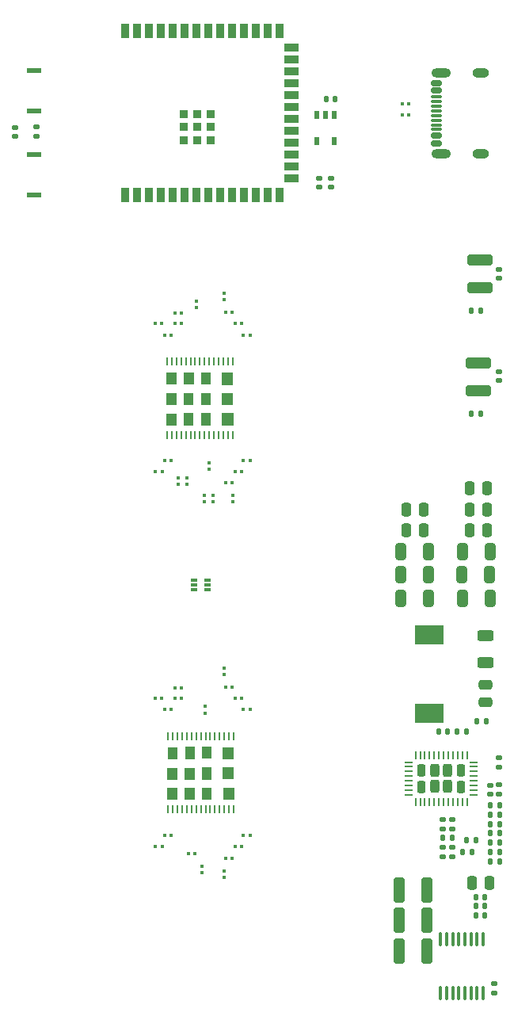
<source format=gbr>
%TF.GenerationSoftware,KiCad,Pcbnew,8.0.4*%
%TF.CreationDate,2024-10-26T18:49:35+02:00*%
%TF.ProjectId,BitForgeNano,42697446-6f72-4676-954e-616e6f2e6b69,rev?*%
%TF.SameCoordinates,Original*%
%TF.FileFunction,Paste,Top*%
%TF.FilePolarity,Positive*%
%FSLAX46Y46*%
G04 Gerber Fmt 4.6, Leading zero omitted, Abs format (unit mm)*
G04 Created by KiCad (PCBNEW 8.0.4) date 2024-10-26 18:49:35*
%MOMM*%
%LPD*%
G01*
G04 APERTURE LIST*
G04 Aperture macros list*
%AMRoundRect*
0 Rectangle with rounded corners*
0 $1 Rounding radius*
0 $2 $3 $4 $5 $6 $7 $8 $9 X,Y pos of 4 corners*
0 Add a 4 corners polygon primitive as box body*
4,1,4,$2,$3,$4,$5,$6,$7,$8,$9,$2,$3,0*
0 Add four circle primitives for the rounded corners*
1,1,$1+$1,$2,$3*
1,1,$1+$1,$4,$5*
1,1,$1+$1,$6,$7*
1,1,$1+$1,$8,$9*
0 Add four rect primitives between the rounded corners*
20,1,$1+$1,$2,$3,$4,$5,0*
20,1,$1+$1,$4,$5,$6,$7,0*
20,1,$1+$1,$6,$7,$8,$9,0*
20,1,$1+$1,$8,$9,$2,$3,0*%
G04 Aperture macros list end*
%ADD10C,0.001000*%
%ADD11RoundRect,0.140000X0.170000X-0.140000X0.170000X0.140000X-0.170000X0.140000X-0.170000X-0.140000X0*%
%ADD12RoundRect,0.100000X0.100000X-0.637500X0.100000X0.637500X-0.100000X0.637500X-0.100000X-0.637500X0*%
%ADD13RoundRect,0.140000X-0.140000X-0.170000X0.140000X-0.170000X0.140000X0.170000X-0.140000X0.170000X0*%
%ADD14RoundRect,0.079500X0.100500X-0.079500X0.100500X0.079500X-0.100500X0.079500X-0.100500X-0.079500X0*%
%ADD15RoundRect,0.079500X0.079500X0.100500X-0.079500X0.100500X-0.079500X-0.100500X0.079500X-0.100500X0*%
%ADD16RoundRect,0.079500X-0.079500X-0.100500X0.079500X-0.100500X0.079500X0.100500X-0.079500X0.100500X0*%
%ADD17RoundRect,0.135000X0.135000X0.185000X-0.135000X0.185000X-0.135000X-0.185000X0.135000X-0.185000X0*%
%ADD18RoundRect,0.150000X0.425000X-0.150000X0.425000X0.150000X-0.425000X0.150000X-0.425000X-0.150000X0*%
%ADD19RoundRect,0.075000X0.500000X-0.075000X0.500000X0.075000X-0.500000X0.075000X-0.500000X-0.075000X0*%
%ADD20O,2.100000X1.000000*%
%ADD21O,1.800000X1.000000*%
%ADD22RoundRect,0.135000X0.185000X-0.135000X0.185000X0.135000X-0.185000X0.135000X-0.185000X-0.135000X0*%
%ADD23RoundRect,0.250000X0.250000X0.475000X-0.250000X0.475000X-0.250000X-0.475000X0.250000X-0.475000X0*%
%ADD24RoundRect,0.250000X-0.325000X-0.650000X0.325000X-0.650000X0.325000X0.650000X-0.325000X0.650000X0*%
%ADD25RoundRect,0.135000X-0.185000X0.135000X-0.185000X-0.135000X0.185000X-0.135000X0.185000X0.135000X0*%
%ADD26RoundRect,0.135000X-0.135000X-0.185000X0.135000X-0.185000X0.135000X0.185000X-0.135000X0.185000X0*%
%ADD27R,1.524000X0.508000*%
%ADD28RoundRect,0.085000X-0.265000X-0.085000X0.265000X-0.085000X0.265000X0.085000X-0.265000X0.085000X0*%
%ADD29RoundRect,0.220588X-0.229412X0.429412X-0.229412X-0.429412X0.229412X-0.429412X0.229412X0.429412X0*%
%ADD30RoundRect,0.232843X-0.242157X0.467157X-0.242157X-0.467157X0.242157X-0.467157X0.242157X0.467157X0*%
%ADD31RoundRect,0.062500X-0.062500X0.337500X-0.062500X-0.337500X0.062500X-0.337500X0.062500X0.337500X0*%
%ADD32RoundRect,0.062500X-0.337500X0.062500X-0.337500X-0.062500X0.337500X-0.062500X0.337500X0.062500X0*%
%ADD33RoundRect,0.140000X-0.170000X0.140000X-0.170000X-0.140000X0.170000X-0.140000X0.170000X0.140000X0*%
%ADD34R,0.558800X0.952500*%
%ADD35RoundRect,0.250000X-0.250000X-0.475000X0.250000X-0.475000X0.250000X0.475000X-0.250000X0.475000X0*%
%ADD36RoundRect,0.250000X-0.475000X0.250000X-0.475000X-0.250000X0.475000X-0.250000X0.475000X0.250000X0*%
%ADD37RoundRect,0.250000X0.325000X1.100000X-0.325000X1.100000X-0.325000X-1.100000X0.325000X-1.100000X0*%
%ADD38R,0.900000X1.500000*%
%ADD39R,1.500000X0.900000*%
%ADD40R,0.900000X0.900000*%
%ADD41R,3.050000X2.000000*%
%ADD42RoundRect,0.250000X0.325000X0.650000X-0.325000X0.650000X-0.325000X-0.650000X0.325000X-0.650000X0*%
%ADD43RoundRect,0.250000X-1.100000X0.325000X-1.100000X-0.325000X1.100000X-0.325000X1.100000X0.325000X0*%
%ADD44RoundRect,0.055250X-0.055250X0.340750X-0.055250X-0.340750X0.055250X-0.340750X0.055250X0.340750X0*%
%ADD45RoundRect,0.250000X-0.625000X0.312500X-0.625000X-0.312500X0.625000X-0.312500X0.625000X0.312500X0*%
%ADD46RoundRect,0.140000X0.140000X0.170000X-0.140000X0.170000X-0.140000X-0.170000X0.140000X-0.170000X0*%
G04 APERTURE END LIST*
%TO.C,U3*%
D10*
X63535000Y-127650000D02*
X64485000Y-127650000D01*
X64485000Y-126450000D01*
X63535000Y-126450000D01*
X63535000Y-127650000D01*
G36*
X63535000Y-127650000D02*
G01*
X64485000Y-127650000D01*
X64485000Y-126450000D01*
X63535000Y-126450000D01*
X63535000Y-127650000D01*
G37*
X63535000Y-129800000D02*
X64485000Y-129800000D01*
X64485000Y-128600000D01*
X63535000Y-128600000D01*
X63535000Y-129800000D01*
G36*
X63535000Y-129800000D02*
G01*
X64485000Y-129800000D01*
X64485000Y-128600000D01*
X63535000Y-128600000D01*
X63535000Y-129800000D01*
G37*
X63545000Y-125440000D02*
X64495000Y-125440000D01*
X64495000Y-124240000D01*
X63545000Y-124240000D01*
X63545000Y-125440000D01*
G36*
X63545000Y-125440000D02*
G01*
X64495000Y-125440000D01*
X64495000Y-124240000D01*
X63545000Y-124240000D01*
X63545000Y-125440000D01*
G37*
X65395000Y-127640000D02*
X66345000Y-127640000D01*
X66345000Y-126440000D01*
X65395000Y-126440000D01*
X65395000Y-127640000D01*
G36*
X65395000Y-127640000D02*
G01*
X66345000Y-127640000D01*
X66345000Y-126440000D01*
X65395000Y-126440000D01*
X65395000Y-127640000D01*
G37*
X65395000Y-129790000D02*
X66345000Y-129790000D01*
X66345000Y-128590000D01*
X65395000Y-128590000D01*
X65395000Y-129790000D01*
G36*
X65395000Y-129790000D02*
G01*
X66345000Y-129790000D01*
X66345000Y-128590000D01*
X65395000Y-128590000D01*
X65395000Y-129790000D01*
G37*
X65405000Y-125430000D02*
X66355000Y-125430000D01*
X66355000Y-124230000D01*
X65405000Y-124230000D01*
X65405000Y-125430000D01*
G36*
X65405000Y-125430000D02*
G01*
X66355000Y-125430000D01*
X66355000Y-124230000D01*
X65405000Y-124230000D01*
X65405000Y-125430000D01*
G37*
X67225000Y-127630000D02*
X68175000Y-127630000D01*
X68175000Y-126430000D01*
X67225000Y-126430000D01*
X67225000Y-127630000D01*
G36*
X67225000Y-127630000D02*
G01*
X68175000Y-127630000D01*
X68175000Y-126430000D01*
X67225000Y-126430000D01*
X67225000Y-127630000D01*
G37*
X67225000Y-129780000D02*
X68175000Y-129780000D01*
X68175000Y-128580000D01*
X67225000Y-128580000D01*
X67225000Y-129780000D01*
G36*
X67225000Y-129780000D02*
G01*
X68175000Y-129780000D01*
X68175000Y-128580000D01*
X67225000Y-128580000D01*
X67225000Y-129780000D01*
G37*
X67235000Y-125420000D02*
X68185000Y-125420000D01*
X68185000Y-124220000D01*
X67235000Y-124220000D01*
X67235000Y-125420000D01*
G36*
X67235000Y-125420000D02*
G01*
X68185000Y-125420000D01*
X68185000Y-124220000D01*
X67235000Y-124220000D01*
X67235000Y-125420000D01*
G37*
X69440000Y-125460000D02*
X70560000Y-125460000D01*
X70560000Y-124260000D01*
X69440000Y-124260000D01*
X69440000Y-125460000D01*
G36*
X69440000Y-125460000D02*
G01*
X70560000Y-125460000D01*
X70560000Y-124260000D01*
X69440000Y-124260000D01*
X69440000Y-125460000D01*
G37*
X69450000Y-127600000D02*
X70560000Y-127600000D01*
X70560000Y-126400000D01*
X69450000Y-126400000D01*
X69450000Y-127600000D01*
G36*
X69450000Y-127600000D02*
G01*
X70560000Y-127600000D01*
X70560000Y-126400000D01*
X69450000Y-126400000D01*
X69450000Y-127600000D01*
G37*
X69470000Y-129780000D02*
X70580000Y-129780000D01*
X70580000Y-128580000D01*
X69470000Y-128580000D01*
X69470000Y-129780000D01*
G36*
X69470000Y-129780000D02*
G01*
X70580000Y-129780000D01*
X70580000Y-128580000D01*
X69470000Y-128580000D01*
X69470000Y-129780000D01*
G37*
%TO.C,U9*%
X63435000Y-87650000D02*
X64385000Y-87650000D01*
X64385000Y-86450000D01*
X63435000Y-86450000D01*
X63435000Y-87650000D01*
G36*
X63435000Y-87650000D02*
G01*
X64385000Y-87650000D01*
X64385000Y-86450000D01*
X63435000Y-86450000D01*
X63435000Y-87650000D01*
G37*
X63435000Y-89800000D02*
X64385000Y-89800000D01*
X64385000Y-88600000D01*
X63435000Y-88600000D01*
X63435000Y-89800000D01*
G36*
X63435000Y-89800000D02*
G01*
X64385000Y-89800000D01*
X64385000Y-88600000D01*
X63435000Y-88600000D01*
X63435000Y-89800000D01*
G37*
X63445000Y-85440000D02*
X64395000Y-85440000D01*
X64395000Y-84240000D01*
X63445000Y-84240000D01*
X63445000Y-85440000D01*
G36*
X63445000Y-85440000D02*
G01*
X64395000Y-85440000D01*
X64395000Y-84240000D01*
X63445000Y-84240000D01*
X63445000Y-85440000D01*
G37*
X65295000Y-87640000D02*
X66245000Y-87640000D01*
X66245000Y-86440000D01*
X65295000Y-86440000D01*
X65295000Y-87640000D01*
G36*
X65295000Y-87640000D02*
G01*
X66245000Y-87640000D01*
X66245000Y-86440000D01*
X65295000Y-86440000D01*
X65295000Y-87640000D01*
G37*
X65295000Y-89790000D02*
X66245000Y-89790000D01*
X66245000Y-88590000D01*
X65295000Y-88590000D01*
X65295000Y-89790000D01*
G36*
X65295000Y-89790000D02*
G01*
X66245000Y-89790000D01*
X66245000Y-88590000D01*
X65295000Y-88590000D01*
X65295000Y-89790000D01*
G37*
X65305000Y-85430000D02*
X66255000Y-85430000D01*
X66255000Y-84230000D01*
X65305000Y-84230000D01*
X65305000Y-85430000D01*
G36*
X65305000Y-85430000D02*
G01*
X66255000Y-85430000D01*
X66255000Y-84230000D01*
X65305000Y-84230000D01*
X65305000Y-85430000D01*
G37*
X67125000Y-87630000D02*
X68075000Y-87630000D01*
X68075000Y-86430000D01*
X67125000Y-86430000D01*
X67125000Y-87630000D01*
G36*
X67125000Y-87630000D02*
G01*
X68075000Y-87630000D01*
X68075000Y-86430000D01*
X67125000Y-86430000D01*
X67125000Y-87630000D01*
G37*
X67125000Y-89780000D02*
X68075000Y-89780000D01*
X68075000Y-88580000D01*
X67125000Y-88580000D01*
X67125000Y-89780000D01*
G36*
X67125000Y-89780000D02*
G01*
X68075000Y-89780000D01*
X68075000Y-88580000D01*
X67125000Y-88580000D01*
X67125000Y-89780000D01*
G37*
X67135000Y-85420000D02*
X68085000Y-85420000D01*
X68085000Y-84220000D01*
X67135000Y-84220000D01*
X67135000Y-85420000D01*
G36*
X67135000Y-85420000D02*
G01*
X68085000Y-85420000D01*
X68085000Y-84220000D01*
X67135000Y-84220000D01*
X67135000Y-85420000D01*
G37*
X69340000Y-85460000D02*
X70460000Y-85460000D01*
X70460000Y-84260000D01*
X69340000Y-84260000D01*
X69340000Y-85460000D01*
G36*
X69340000Y-85460000D02*
G01*
X70460000Y-85460000D01*
X70460000Y-84260000D01*
X69340000Y-84260000D01*
X69340000Y-85460000D01*
G37*
X69350000Y-87600000D02*
X70460000Y-87600000D01*
X70460000Y-86400000D01*
X69350000Y-86400000D01*
X69350000Y-87600000D01*
G36*
X69350000Y-87600000D02*
G01*
X70460000Y-87600000D01*
X70460000Y-86400000D01*
X69350000Y-86400000D01*
X69350000Y-87600000D01*
G37*
X69370000Y-89780000D02*
X70480000Y-89780000D01*
X70480000Y-88580000D01*
X69370000Y-88580000D01*
X69370000Y-89780000D01*
G36*
X69370000Y-89780000D02*
G01*
X70480000Y-89780000D01*
X70480000Y-88580000D01*
X69370000Y-88580000D01*
X69370000Y-89780000D01*
G37*
%TD*%
D11*
%TO.C,C48*%
X81000000Y-63500000D03*
X81000000Y-64460000D03*
%TD*%
D12*
%TO.C,U4*%
X92725000Y-150482500D03*
X93375000Y-150482500D03*
X94025000Y-150482500D03*
X94675000Y-150482500D03*
X95325000Y-150482500D03*
X95975000Y-150482500D03*
X96625000Y-150482500D03*
X97275000Y-150482500D03*
X97275000Y-144757500D03*
X96625000Y-144757500D03*
X95975000Y-144757500D03*
X95325000Y-144757500D03*
X94675000Y-144757500D03*
X94025000Y-144757500D03*
X93375000Y-144757500D03*
X92725000Y-144757500D03*
%TD*%
D13*
%TO.C,C6*%
X96520000Y-141250000D03*
X97480000Y-141250000D03*
%TD*%
%TO.C,C7*%
X96520000Y-140250000D03*
X97480000Y-140250000D03*
%TD*%
D14*
%TO.C,R23*%
X66600000Y-76567500D03*
X66600000Y-77257500D03*
%TD*%
D15*
%TO.C,R38*%
X88655000Y-55500000D03*
X89345000Y-55500000D03*
%TD*%
D16*
%TO.C,C36*%
X72345000Y-133700000D03*
X71655000Y-133700000D03*
%TD*%
D17*
%TO.C,R3*%
X99050000Y-131450000D03*
X98030000Y-131450000D03*
%TD*%
D18*
%TO.C,J5*%
X92255000Y-59725000D03*
X92255000Y-58925000D03*
D19*
X92255000Y-57775000D03*
X92255000Y-56775000D03*
X92255000Y-56275000D03*
X92255000Y-55275000D03*
D18*
X92255000Y-54125000D03*
X92255000Y-53325000D03*
X92255000Y-53325000D03*
X92255000Y-54125000D03*
D19*
X92255000Y-54775000D03*
X92255000Y-55775000D03*
X92255000Y-57275000D03*
X92255000Y-58275000D03*
D18*
X92255000Y-58925000D03*
X92255000Y-59725000D03*
D20*
X92830000Y-60845000D03*
D21*
X97010000Y-60845000D03*
D20*
X92830000Y-52205000D03*
D21*
X97010000Y-52205000D03*
%TD*%
D22*
%TO.C,R30*%
X93000000Y-133020000D03*
X93000000Y-132000000D03*
%TD*%
D23*
%TO.C,C77*%
X90950000Y-98850000D03*
X89050000Y-98850000D03*
%TD*%
D14*
%TO.C,C16*%
X69600000Y-115810000D03*
X69600000Y-116500000D03*
%TD*%
D15*
%TO.C,C18*%
X69755000Y-117855000D03*
X70445000Y-117855000D03*
%TD*%
D17*
%TO.C,R36*%
X97610000Y-121450000D03*
X96590000Y-121450000D03*
%TD*%
D24*
%TO.C,C80*%
X95050000Y-108350000D03*
X98000000Y-108350000D03*
%TD*%
D15*
%TO.C,C62*%
X70755000Y-79012500D03*
X71445000Y-79012500D03*
%TD*%
D16*
%TO.C,C66*%
X71445000Y-94800000D03*
X70755000Y-94800000D03*
%TD*%
%TO.C,C51*%
X70445000Y-136100000D03*
X69755000Y-136100000D03*
%TD*%
D14*
%TO.C,C68*%
X70500000Y-97355000D03*
X70500000Y-98045000D03*
%TD*%
D15*
%TO.C,C63*%
X71655000Y-80212500D03*
X72345000Y-80212500D03*
%TD*%
D14*
%TO.C,C54*%
X69600000Y-75767500D03*
X69600000Y-76457500D03*
%TD*%
D25*
%TO.C,R8*%
X94000000Y-134930000D03*
X94000000Y-135950000D03*
%TD*%
D26*
%TO.C,R7*%
X98030000Y-136450000D03*
X99050000Y-136450000D03*
%TD*%
D15*
%TO.C,C69*%
X63235000Y-80212500D03*
X63925000Y-80212500D03*
%TD*%
%TO.C,C27*%
X62235000Y-119055000D03*
X62925000Y-119055000D03*
%TD*%
D26*
%TO.C,R9*%
X92990000Y-133960000D03*
X94010000Y-133960000D03*
%TD*%
D14*
%TO.C,R11*%
X67500000Y-97355000D03*
X67500000Y-98045000D03*
%TD*%
D24*
%TO.C,C79*%
X95025000Y-105850000D03*
X97975000Y-105850000D03*
%TD*%
D27*
%TO.C,SW2*%
X49250000Y-65250000D03*
X49250000Y-60932000D03*
%TD*%
D28*
%TO.C,U7*%
X66350000Y-106400000D03*
X66350000Y-106900000D03*
X66350000Y-107400000D03*
X67850000Y-107400000D03*
X67850000Y-106900000D03*
X67850000Y-106400000D03*
%TD*%
D14*
%TO.C,R19*%
X64700000Y-95455000D03*
X64700000Y-96145000D03*
%TD*%
D26*
%TO.C,R6*%
X98030000Y-134450000D03*
X99050000Y-134450000D03*
%TD*%
D13*
%TO.C,C1*%
X94520000Y-122600000D03*
X95480000Y-122600000D03*
%TD*%
D16*
%TO.C,R17*%
X66445000Y-135600000D03*
X65755000Y-135600000D03*
%TD*%
%TO.C,C65*%
X72345000Y-93600000D03*
X71655000Y-93600000D03*
%TD*%
D14*
%TO.C,C52*%
X69600000Y-137455000D03*
X69600000Y-138145000D03*
%TD*%
D15*
%TO.C,C44*%
X63255000Y-133700000D03*
X63945000Y-133700000D03*
%TD*%
D23*
%TO.C,C78*%
X90950000Y-101100000D03*
X89050000Y-101100000D03*
%TD*%
D22*
%TO.C,R41*%
X99000000Y-126410000D03*
X99000000Y-125390000D03*
%TD*%
%TO.C,R21*%
X49500000Y-57990000D03*
X49500000Y-59010000D03*
%TD*%
D29*
%TO.C,U12*%
X94900000Y-126700000D03*
X90700000Y-126700000D03*
D30*
X93500000Y-126750000D03*
X92100000Y-126750000D03*
X93500000Y-128450000D03*
X92100000Y-128450000D03*
D29*
X94900000Y-128500000D03*
X90700000Y-128500000D03*
D31*
X95550000Y-125100000D03*
X95050000Y-125100000D03*
X94550000Y-125100000D03*
X94050000Y-125100000D03*
X93550000Y-125100000D03*
X93050000Y-125100000D03*
X92550000Y-125100000D03*
X92050000Y-125100000D03*
X91550000Y-125100000D03*
X91050000Y-125100000D03*
X90550000Y-125100000D03*
X90050000Y-125100000D03*
D32*
X89300000Y-125850000D03*
X89300000Y-126350000D03*
X89300000Y-126850000D03*
X89300000Y-127350000D03*
X89300000Y-127850000D03*
X89300000Y-128350000D03*
X89300000Y-128850000D03*
X89300000Y-129350000D03*
D31*
X90050000Y-130100000D03*
X90550000Y-130100000D03*
X91050000Y-130100000D03*
X91550000Y-130100000D03*
X92050000Y-130100000D03*
X92550000Y-130100000D03*
X93050000Y-130100000D03*
X93550000Y-130100000D03*
X94050000Y-130100000D03*
X94550000Y-130100000D03*
X95050000Y-130100000D03*
X95550000Y-130100000D03*
D32*
X96300000Y-129350000D03*
X96300000Y-128850000D03*
X96300000Y-128350000D03*
X96300000Y-127850000D03*
X96300000Y-127350000D03*
X96300000Y-126850000D03*
X96300000Y-126350000D03*
X96300000Y-125850000D03*
%TD*%
D13*
%TO.C,C10*%
X95520000Y-134200000D03*
X96480000Y-134200000D03*
%TD*%
D26*
%TO.C,R10*%
X98030000Y-135450000D03*
X99050000Y-135450000D03*
%TD*%
D16*
%TO.C,R12*%
X64355000Y-117905000D03*
X65045000Y-117905000D03*
%TD*%
D17*
%TO.C,R2*%
X99050000Y-133450000D03*
X98030000Y-133450000D03*
%TD*%
D33*
%TO.C,C8*%
X93000000Y-134960000D03*
X93000000Y-135920000D03*
%TD*%
D34*
%TO.C,U10*%
X81379600Y-56744100D03*
X80439800Y-56744100D03*
X79500000Y-56744100D03*
X79500000Y-59500000D03*
X81379600Y-59500000D03*
%TD*%
D11*
%TO.C,C57*%
X79750000Y-63500000D03*
X79750000Y-64460000D03*
%TD*%
D33*
%TO.C,C43*%
X99000000Y-74180000D03*
X99000000Y-73220000D03*
%TD*%
D35*
%TO.C,C30*%
X95800000Y-101100000D03*
X97700000Y-101100000D03*
%TD*%
D16*
%TO.C,C38*%
X71445000Y-134900000D03*
X70755000Y-134900000D03*
%TD*%
D17*
%TO.C,R1*%
X99050000Y-130450000D03*
X98030000Y-130450000D03*
%TD*%
D14*
%TO.C,R16*%
X68395000Y-97355000D03*
X68395000Y-98045000D03*
%TD*%
D36*
%TO.C,C12*%
X97500000Y-117580000D03*
X97500000Y-119480000D03*
%TD*%
D37*
%TO.C,C4*%
X91225000Y-139500000D03*
X88275000Y-139500000D03*
%TD*%
D15*
%TO.C,C26*%
X70755000Y-119055000D03*
X71445000Y-119055000D03*
%TD*%
D38*
%TO.C,U8*%
X58990000Y-65265000D03*
X60260000Y-65265000D03*
X61530000Y-65265000D03*
X62800000Y-65265000D03*
X64070000Y-65265000D03*
X65340000Y-65265000D03*
X66610000Y-65265000D03*
X67880000Y-65265000D03*
X69150000Y-65265000D03*
X70420000Y-65265000D03*
X71690000Y-65265000D03*
X72960000Y-65265000D03*
X74230000Y-65265000D03*
X75500000Y-65265000D03*
D39*
X76750000Y-63500000D03*
X76750000Y-62230000D03*
X76750000Y-60960000D03*
X76750000Y-59690000D03*
X76750000Y-58420000D03*
X76750000Y-57150000D03*
X76750000Y-55880000D03*
X76750000Y-54610000D03*
X76750000Y-53340000D03*
X76750000Y-52070000D03*
X76750000Y-50800000D03*
X76750000Y-49530000D03*
D38*
X75500000Y-47765000D03*
X74230000Y-47765000D03*
X72960000Y-47765000D03*
X71690000Y-47765000D03*
X70420000Y-47765000D03*
X69150000Y-47765000D03*
X67880000Y-47765000D03*
X66610000Y-47765000D03*
X65340000Y-47765000D03*
X64070000Y-47765000D03*
X62800000Y-47765000D03*
X61530000Y-47765000D03*
X60260000Y-47765000D03*
X58990000Y-47765000D03*
D40*
X65310000Y-59415000D03*
X66710000Y-59415000D03*
X68110000Y-59415000D03*
X65310000Y-58015000D03*
X66710000Y-58015000D03*
X68110000Y-58015000D03*
X65310000Y-56615000D03*
X66710000Y-56615000D03*
X68110000Y-56615000D03*
%TD*%
D14*
%TO.C,R15*%
X68000000Y-93860025D03*
X68000000Y-94550025D03*
%TD*%
D17*
%TO.C,R18*%
X95990000Y-77600000D03*
X97010000Y-77600000D03*
%TD*%
D15*
%TO.C,C70*%
X62235000Y-79012500D03*
X62925000Y-79012500D03*
%TD*%
D33*
%TO.C,C23*%
X99000000Y-85080000D03*
X99000000Y-84120000D03*
%TD*%
D15*
%TO.C,C55*%
X69755000Y-77812500D03*
X70445000Y-77812500D03*
%TD*%
D17*
%TO.C,R20*%
X95980000Y-88600000D03*
X97000000Y-88600000D03*
%TD*%
D15*
%TO.C,R33*%
X64355000Y-78962500D03*
X65045000Y-78962500D03*
%TD*%
%TO.C,C37*%
X62255000Y-134900000D03*
X62945000Y-134900000D03*
%TD*%
D17*
%TO.C,R4*%
X99050000Y-132450000D03*
X98030000Y-132450000D03*
%TD*%
D35*
%TO.C,C20*%
X95800000Y-96600000D03*
X97700000Y-96600000D03*
%TD*%
D16*
%TO.C,C67*%
X70445000Y-96000000D03*
X69755000Y-96000000D03*
%TD*%
D14*
%TO.C,R34*%
X67600000Y-119910000D03*
X67600000Y-120600000D03*
%TD*%
%TO.C,R35*%
X65600000Y-95455000D03*
X65600000Y-96145000D03*
%TD*%
D27*
%TO.C,SW1*%
X49250000Y-56320500D03*
X49250000Y-52002500D03*
%TD*%
D16*
%TO.C,R24*%
X64355000Y-77862500D03*
X65045000Y-77862500D03*
%TD*%
D41*
%TO.C,L1*%
X91500000Y-120600000D03*
X91500000Y-112250000D03*
%TD*%
D25*
%TO.C,R39*%
X99000000Y-128290000D03*
X99000000Y-129310000D03*
%TD*%
D15*
%TO.C,C71*%
X62255000Y-94800000D03*
X62945000Y-94800000D03*
%TD*%
D42*
%TO.C,C73*%
X91450000Y-105850000D03*
X88500000Y-105850000D03*
%TD*%
D11*
%TO.C,C13*%
X98000000Y-129280000D03*
X98000000Y-128320000D03*
%TD*%
%TO.C,C5*%
X94000000Y-132980000D03*
X94000000Y-132020000D03*
%TD*%
D26*
%TO.C,R5*%
X95040000Y-135450000D03*
X96060000Y-135450000D03*
%TD*%
D37*
%TO.C,C3*%
X91225000Y-146000000D03*
X88275000Y-146000000D03*
%TD*%
D43*
%TO.C,C22*%
X96800000Y-86175000D03*
X96800000Y-83225000D03*
%TD*%
D42*
%TO.C,C74*%
X91450000Y-103350000D03*
X88500000Y-103350000D03*
%TD*%
D11*
%TO.C,C14*%
X98500000Y-149540000D03*
X98500000Y-150500000D03*
%TD*%
D15*
%TO.C,C28*%
X71655000Y-120255000D03*
X72345000Y-120255000D03*
%TD*%
D14*
%TO.C,R40*%
X67250000Y-137005000D03*
X67250000Y-137695000D03*
%TD*%
D35*
%TO.C,C25*%
X95800000Y-98850000D03*
X97700000Y-98850000D03*
%TD*%
D43*
%TO.C,C24*%
X96900000Y-75175000D03*
X96900000Y-72225000D03*
%TD*%
D13*
%TO.C,C9*%
X96520000Y-142250000D03*
X97480000Y-142250000D03*
%TD*%
D42*
%TO.C,C53*%
X91450000Y-108350000D03*
X88500000Y-108350000D03*
%TD*%
D33*
%TO.C,C49*%
X47250000Y-59000500D03*
X47250000Y-58040500D03*
%TD*%
D13*
%TO.C,C56*%
X81480000Y-55000000D03*
X80520000Y-55000000D03*
%TD*%
D35*
%TO.C,C2*%
X96050000Y-138750000D03*
X97950000Y-138750000D03*
%TD*%
D15*
%TO.C,C19*%
X63235000Y-120255000D03*
X63925000Y-120255000D03*
%TD*%
D44*
%TO.C,U3*%
X70614000Y-123084000D03*
X70112000Y-123084000D03*
X69610000Y-123084000D03*
X69108000Y-123084000D03*
X68606000Y-123084000D03*
X68104000Y-123084000D03*
X67602000Y-123084000D03*
X67100000Y-123084000D03*
X66598000Y-123084000D03*
X66096000Y-123084000D03*
X65594000Y-123084000D03*
X65092000Y-123084000D03*
X64590000Y-123084000D03*
X64088000Y-123084000D03*
X63586000Y-123084000D03*
X63586000Y-130916000D03*
X64088000Y-130916000D03*
X64590000Y-130916000D03*
X65092000Y-130916000D03*
X65594000Y-130916000D03*
X66096000Y-130916000D03*
X66598000Y-130916000D03*
X67100000Y-130916000D03*
X67602000Y-130916000D03*
X68104000Y-130916000D03*
X68606000Y-130916000D03*
X69108000Y-130916000D03*
X69610000Y-130916000D03*
X70112000Y-130916000D03*
X70614000Y-130916000D03*
%TD*%
D15*
%TO.C,R13*%
X64355000Y-119005000D03*
X65045000Y-119005000D03*
%TD*%
D37*
%TO.C,C76*%
X91225000Y-142750000D03*
X88275000Y-142750000D03*
%TD*%
D44*
%TO.C,U9*%
X70514000Y-83084000D03*
X70012000Y-83084000D03*
X69510000Y-83084000D03*
X69008000Y-83084000D03*
X68506000Y-83084000D03*
X68004000Y-83084000D03*
X67502000Y-83084000D03*
X67000000Y-83084000D03*
X66498000Y-83084000D03*
X65996000Y-83084000D03*
X65494000Y-83084000D03*
X64992000Y-83084000D03*
X64490000Y-83084000D03*
X63988000Y-83084000D03*
X63486000Y-83084000D03*
X63486000Y-90916000D03*
X63988000Y-90916000D03*
X64490000Y-90916000D03*
X64992000Y-90916000D03*
X65494000Y-90916000D03*
X65996000Y-90916000D03*
X66498000Y-90916000D03*
X67000000Y-90916000D03*
X67502000Y-90916000D03*
X68004000Y-90916000D03*
X68506000Y-90916000D03*
X69008000Y-90916000D03*
X69510000Y-90916000D03*
X70012000Y-90916000D03*
X70514000Y-90916000D03*
%TD*%
D24*
%TO.C,C75*%
X95050000Y-103350000D03*
X98000000Y-103350000D03*
%TD*%
D15*
%TO.C,C72*%
X63255000Y-93600000D03*
X63945000Y-93600000D03*
%TD*%
%TO.C,R37*%
X88655000Y-56750000D03*
X89345000Y-56750000D03*
%TD*%
D45*
%TO.C,R32*%
X97500000Y-112317500D03*
X97500000Y-115242500D03*
%TD*%
D46*
%TO.C,C11*%
X93480000Y-122600000D03*
X92520000Y-122600000D03*
%TD*%
M02*

</source>
